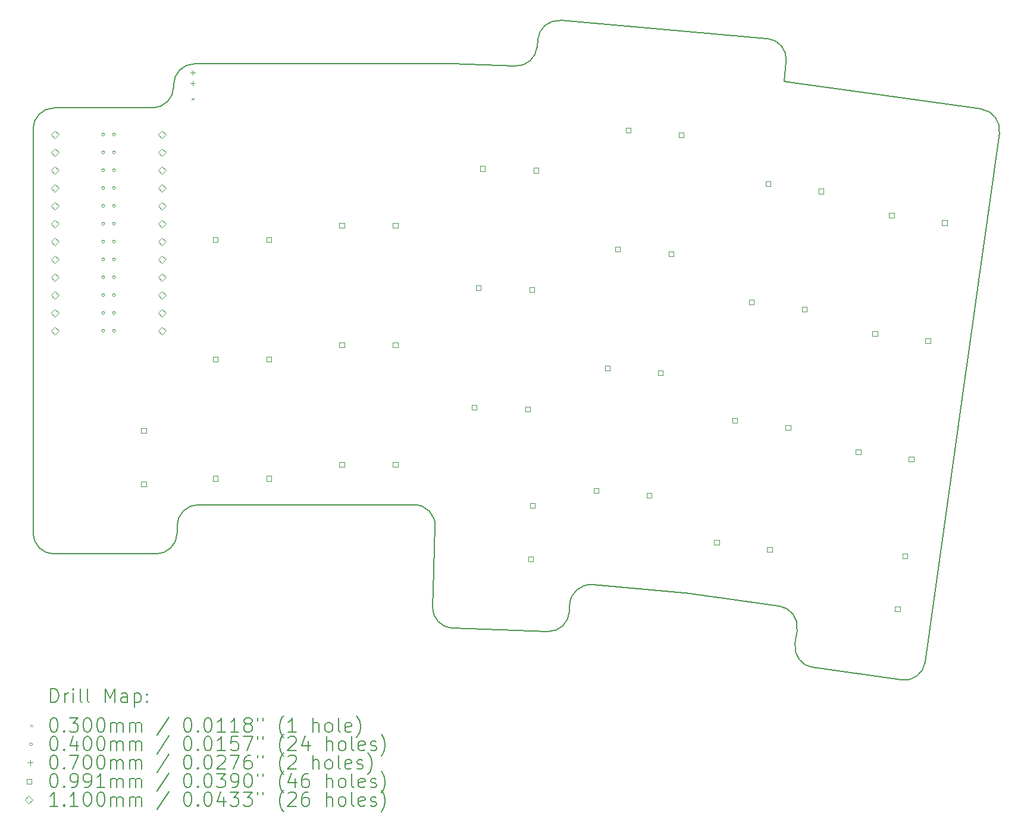
<source format=gbr>
%TF.GenerationSoftware,KiCad,Pcbnew,(6.0.9)*%
%TF.CreationDate,2022-11-05T11:26:51+01:00*%
%TF.ProjectId,itemun,6974656d-756e-42e6-9b69-6361645f7063,v1.0.0*%
%TF.SameCoordinates,Original*%
%TF.FileFunction,Drillmap*%
%TF.FilePolarity,Positive*%
%FSLAX45Y45*%
G04 Gerber Fmt 4.5, Leading zero omitted, Abs format (unit mm)*
G04 Created by KiCad (PCBNEW (6.0.9)) date 2022-11-05 11:26:51*
%MOMM*%
%LPD*%
G01*
G04 APERTURE LIST*
%ADD10C,0.150000*%
%ADD11C,0.200000*%
%ADD12C,0.030000*%
%ADD13C,0.040000*%
%ADD14C,0.070000*%
%ADD15C,0.099060*%
%ADD16C,0.110000*%
G04 APERTURE END LIST*
D10*
X9999317Y-1771798D02*
X11334248Y-1959410D01*
X718150Y-918120D02*
X718150Y4831880D01*
X13995345Y1409119D02*
X13988386Y1359605D01*
X6673150Y5759690D02*
X7581528Y5727969D01*
X8679490Y-1655915D02*
G75*
G03*
X8353526Y-1944304I-26150J-298855D01*
G01*
X14468533Y4776030D02*
G75*
G03*
X14213205Y5114862I-297083J41750D01*
G01*
X11436343Y5794997D02*
G75*
G03*
X11163626Y6120003I-298863J26143D01*
G01*
X1018150Y5131880D02*
G75*
G03*
X718150Y4831880I-1J-300000D01*
G01*
X1018150Y-1218120D02*
X2468151Y-1218120D01*
X3018150Y5759880D02*
X6673150Y5759880D01*
X3018150Y5759879D02*
G75*
G03*
X2718151Y5459880I-1J-299999D01*
G01*
X11561742Y-2496296D02*
X11589577Y-2298243D01*
X1018150Y5131880D02*
X2418151Y5131880D01*
X8224852Y6377112D02*
X11163626Y6120003D01*
X13995345Y1409119D02*
X14224981Y3043061D01*
X8353526Y-1944304D02*
X8350408Y-2033593D01*
X14231939Y3092574D02*
X14468533Y4776030D01*
X7581528Y5727969D02*
G75*
G03*
X7890856Y6001639I10470J299817D01*
G01*
X6409623Y-1735679D02*
X6441299Y-828589D01*
X11436338Y5794998D02*
X11411285Y5508647D01*
X11589579Y-2298243D02*
G75*
G03*
X11334248Y-1959410I-297079J41753D01*
G01*
X8040121Y-2322938D02*
G75*
G03*
X8350408Y-2033593I10469J299818D01*
G01*
X2418151Y5131880D02*
G75*
G03*
X2718151Y5431880I-1J300001D01*
G01*
X11411285Y5508647D02*
X14213205Y5114862D01*
X7890856Y6001639D02*
X7899847Y6104401D01*
X8679490Y-1655915D02*
X9983712Y-1770020D01*
X3068150Y-518120D02*
X6141482Y-518120D01*
X11817071Y-2835129D02*
X13074711Y-3011878D01*
X6690943Y-2275826D02*
X8040121Y-2322940D01*
X11561742Y-2496296D02*
G75*
G03*
X11817071Y-2835129I297078J-41754D01*
G01*
X13681357Y-825025D02*
X13988386Y1359605D01*
X6401594Y-1965539D02*
G75*
G03*
X6690943Y-2275826I299816J-10471D01*
G01*
X3068150Y-518120D02*
G75*
G03*
X2768151Y-818120I-1J-299999D01*
G01*
X6673150Y5759880D02*
X6673150Y5759690D01*
X13413543Y-2756550D02*
X13684931Y-825527D01*
X6441298Y-828589D02*
G75*
G03*
X6141482Y-518120I-299818J10470D01*
G01*
X9999317Y-1771798D02*
G75*
G03*
X9983712Y-1770020I-41767J-297212D01*
G01*
X2468151Y-1218121D02*
G75*
G03*
X2768151Y-918120I-1J300001D01*
G01*
X718150Y-918120D02*
G75*
G03*
X1018150Y-1218120I300000J0D01*
G01*
X6401596Y-1965539D02*
X6409623Y-1735679D01*
X2768151Y-818120D02*
X2768151Y-918120D01*
X2718151Y5431880D02*
X2718151Y5459880D01*
X14231939Y3092574D02*
X14224981Y3043061D01*
X8224852Y6377114D02*
G75*
G03*
X7899847Y6104401I-26142J-298864D01*
G01*
X13681357Y-825025D02*
X13684931Y-825527D01*
X13074710Y-3011884D02*
G75*
G03*
X13413543Y-2756550I41750J297084D01*
G01*
D11*
D12*
X2978150Y5271880D02*
X3008150Y5241880D01*
X3008150Y5271880D02*
X2978150Y5241880D01*
D13*
X1736950Y4753880D02*
G75*
G03*
X1736950Y4753880I-20000J0D01*
G01*
X1736950Y4499880D02*
G75*
G03*
X1736950Y4499880I-20000J0D01*
G01*
X1736950Y4245880D02*
G75*
G03*
X1736950Y4245880I-20000J0D01*
G01*
X1736950Y3991880D02*
G75*
G03*
X1736950Y3991880I-20000J0D01*
G01*
X1736950Y3737880D02*
G75*
G03*
X1736950Y3737880I-20000J0D01*
G01*
X1736950Y3483880D02*
G75*
G03*
X1736950Y3483880I-20000J0D01*
G01*
X1736950Y3229880D02*
G75*
G03*
X1736950Y3229880I-20000J0D01*
G01*
X1736950Y2975880D02*
G75*
G03*
X1736950Y2975880I-20000J0D01*
G01*
X1736950Y2721880D02*
G75*
G03*
X1736950Y2721880I-20000J0D01*
G01*
X1736950Y2467880D02*
G75*
G03*
X1736950Y2467880I-20000J0D01*
G01*
X1736950Y2213880D02*
G75*
G03*
X1736950Y2213880I-20000J0D01*
G01*
X1736950Y1959880D02*
G75*
G03*
X1736950Y1959880I-20000J0D01*
G01*
X1889350Y4753880D02*
G75*
G03*
X1889350Y4753880I-20000J0D01*
G01*
X1889350Y4499880D02*
G75*
G03*
X1889350Y4499880I-20000J0D01*
G01*
X1889350Y4245880D02*
G75*
G03*
X1889350Y4245880I-20000J0D01*
G01*
X1889350Y3991880D02*
G75*
G03*
X1889350Y3991880I-20000J0D01*
G01*
X1889350Y3737880D02*
G75*
G03*
X1889350Y3737880I-20000J0D01*
G01*
X1889350Y3483880D02*
G75*
G03*
X1889350Y3483880I-20000J0D01*
G01*
X1889350Y3229880D02*
G75*
G03*
X1889350Y3229880I-20000J0D01*
G01*
X1889350Y2975880D02*
G75*
G03*
X1889350Y2975880I-20000J0D01*
G01*
X1889350Y2721880D02*
G75*
G03*
X1889350Y2721880I-20000J0D01*
G01*
X1889350Y2467880D02*
G75*
G03*
X1889350Y2467880I-20000J0D01*
G01*
X1889350Y2213880D02*
G75*
G03*
X1889350Y2213880I-20000J0D01*
G01*
X1889350Y1959880D02*
G75*
G03*
X1889350Y1959880I-20000J0D01*
G01*
D14*
X2993150Y5666880D02*
X2993150Y5596880D01*
X2958150Y5631880D02*
X3028150Y5631880D01*
X2993150Y5516880D02*
X2993150Y5446880D01*
X2958150Y5481880D02*
X3028150Y5481880D01*
D15*
X2328174Y502857D02*
X2328174Y572904D01*
X2258127Y572904D01*
X2258127Y502857D01*
X2328174Y502857D01*
X2328174Y-259143D02*
X2328174Y-189096D01*
X2258127Y-189096D01*
X2258127Y-259143D01*
X2328174Y-259143D01*
X3347174Y3221857D02*
X3347174Y3291904D01*
X3277127Y3291904D01*
X3277127Y3221857D01*
X3347174Y3221857D01*
X3347174Y1521857D02*
X3347174Y1591904D01*
X3277127Y1591904D01*
X3277127Y1521857D01*
X3347174Y1521857D01*
X3347174Y-178143D02*
X3347174Y-108096D01*
X3277127Y-108096D01*
X3277127Y-178143D01*
X3347174Y-178143D01*
X4109174Y3221857D02*
X4109174Y3291904D01*
X4039127Y3291904D01*
X4039127Y3221857D01*
X4109174Y3221857D01*
X4109174Y1521857D02*
X4109174Y1591904D01*
X4039127Y1591904D01*
X4039127Y1521857D01*
X4109174Y1521857D01*
X4109174Y-178143D02*
X4109174Y-108096D01*
X4039127Y-108096D01*
X4039127Y-178143D01*
X4109174Y-178143D01*
X5147174Y3421857D02*
X5147174Y3491904D01*
X5077127Y3491904D01*
X5077127Y3421857D01*
X5147174Y3421857D01*
X5147174Y1721857D02*
X5147174Y1791904D01*
X5077127Y1791904D01*
X5077127Y1721857D01*
X5147174Y1721857D01*
X5147174Y21857D02*
X5147174Y91904D01*
X5077127Y91904D01*
X5077127Y21857D01*
X5147174Y21857D01*
X5909174Y3421857D02*
X5909174Y3491904D01*
X5839127Y3491904D01*
X5839127Y3421857D01*
X5909174Y3421857D01*
X5909174Y1721857D02*
X5909174Y1791904D01*
X5839127Y1791904D01*
X5839127Y1721857D01*
X5909174Y1721857D01*
X5909174Y21857D02*
X5909174Y91904D01*
X5839127Y91904D01*
X5839127Y21857D01*
X5909174Y21857D01*
X7029956Y835458D02*
X7029956Y905505D01*
X6959909Y905505D01*
X6959909Y835458D01*
X7029956Y835458D01*
X7089285Y2534423D02*
X7089285Y2604469D01*
X7019239Y2604469D01*
X7019239Y2534423D01*
X7089285Y2534423D01*
X7148614Y4233387D02*
X7148614Y4303434D01*
X7078568Y4303434D01*
X7078568Y4233387D01*
X7148614Y4233387D01*
X7791492Y808865D02*
X7791492Y878911D01*
X7721445Y878911D01*
X7721445Y808865D01*
X7791492Y808865D01*
X7836049Y-1324990D02*
X7836049Y-1254943D01*
X7766002Y-1254943D01*
X7766002Y-1324990D01*
X7836049Y-1324990D01*
X7850821Y2507829D02*
X7850821Y2577876D01*
X7780774Y2577876D01*
X7780774Y2507829D01*
X7850821Y2507829D01*
X7862642Y-563454D02*
X7862642Y-493408D01*
X7792595Y-493408D01*
X7792595Y-563454D01*
X7862642Y-563454D01*
X7910150Y4206794D02*
X7910150Y4276840D01*
X7840104Y4276840D01*
X7840104Y4206794D01*
X7910150Y4206794D01*
X8763815Y-355153D02*
X8763815Y-285106D01*
X8693768Y-285106D01*
X8693768Y-355153D01*
X8763815Y-355153D01*
X8924828Y1390291D02*
X8924828Y1460338D01*
X8854781Y1460338D01*
X8854781Y1390291D01*
X8924828Y1390291D01*
X9072993Y3083822D02*
X9072993Y3153869D01*
X9002946Y3153869D01*
X9002946Y3083822D01*
X9072993Y3083822D01*
X9221158Y4777353D02*
X9221158Y4847400D01*
X9151111Y4847400D01*
X9151111Y4777353D01*
X9221158Y4777353D01*
X9522915Y-421565D02*
X9522915Y-351519D01*
X9452869Y-351519D01*
X9452869Y-421565D01*
X9522915Y-421565D01*
X9683928Y1323879D02*
X9683928Y1393925D01*
X9613882Y1393925D01*
X9613882Y1323879D01*
X9683928Y1323879D01*
X9832093Y3017410D02*
X9832093Y3087456D01*
X9762047Y3087456D01*
X9762047Y3017410D01*
X9832093Y3017410D01*
X9980258Y4710941D02*
X9980258Y4780987D01*
X9910211Y4780987D01*
X9910211Y4710941D01*
X9980258Y4710941D01*
X10480921Y-1086968D02*
X10480921Y-1016921D01*
X10410875Y-1016921D01*
X10410875Y-1086968D01*
X10480921Y-1086968D01*
X10741554Y649761D02*
X10741554Y719807D01*
X10671507Y719807D01*
X10671507Y649761D01*
X10741554Y649761D01*
X10978148Y2333216D02*
X10978148Y2403263D01*
X10908102Y2403263D01*
X10908102Y2333216D01*
X10978148Y2333216D01*
X11214742Y4016672D02*
X11214742Y4086719D01*
X11144696Y4086719D01*
X11144696Y4016672D01*
X11214742Y4016672D01*
X11235505Y-1193018D02*
X11235505Y-1122971D01*
X11165459Y-1122971D01*
X11165459Y-1193018D01*
X11235505Y-1193018D01*
X11496138Y543711D02*
X11496138Y613757D01*
X11426091Y613757D01*
X11426091Y543711D01*
X11496138Y543711D01*
X11732732Y2227166D02*
X11732732Y2297213D01*
X11662686Y2297213D01*
X11662686Y2227166D01*
X11732732Y2227166D01*
X11969327Y3910622D02*
X11969327Y3980669D01*
X11899280Y3980669D01*
X11899280Y3910622D01*
X11969327Y3910622D01*
X12496202Y201195D02*
X12496202Y271242D01*
X12426155Y271242D01*
X12426155Y201195D01*
X12496202Y201195D01*
X12732796Y1884651D02*
X12732796Y1954698D01*
X12662749Y1954698D01*
X12662749Y1884651D01*
X12732796Y1884651D01*
X12969390Y3568107D02*
X12969390Y3638154D01*
X12899344Y3638154D01*
X12899344Y3568107D01*
X12969390Y3568107D01*
X13054970Y-2035436D02*
X13054970Y-1965390D01*
X12984924Y-1965390D01*
X12984924Y-2035436D01*
X13054970Y-2035436D01*
X13161020Y-1280852D02*
X13161020Y-1210806D01*
X13090974Y-1210806D01*
X13090974Y-1280852D01*
X13161020Y-1280852D01*
X13250786Y95145D02*
X13250786Y165192D01*
X13180739Y165192D01*
X13180739Y95145D01*
X13250786Y95145D01*
X13487380Y1778601D02*
X13487380Y1848648D01*
X13417334Y1848648D01*
X13417334Y1778601D01*
X13487380Y1778601D01*
X13723974Y3462057D02*
X13723974Y3532104D01*
X13653928Y3532104D01*
X13653928Y3462057D01*
X13723974Y3462057D01*
D16*
X1031150Y4698880D02*
X1086151Y4753880D01*
X1031150Y4808880D01*
X976150Y4753880D01*
X1031150Y4698880D01*
X1031150Y4698880D02*
X1086151Y4753880D01*
X1031150Y4808880D01*
X976150Y4753880D01*
X1031150Y4698880D01*
X1031150Y4444880D02*
X1086151Y4499880D01*
X1031150Y4554880D01*
X976150Y4499880D01*
X1031150Y4444880D01*
X1031150Y4190880D02*
X1086151Y4245880D01*
X1031150Y4300880D01*
X976150Y4245880D01*
X1031150Y4190880D01*
X1031150Y3936880D02*
X1086151Y3991880D01*
X1031150Y4046880D01*
X976150Y3991880D01*
X1031150Y3936880D01*
X1031150Y3682880D02*
X1086151Y3737880D01*
X1031150Y3792880D01*
X976150Y3737880D01*
X1031150Y3682880D01*
X1031150Y3428880D02*
X1086151Y3483880D01*
X1031150Y3538880D01*
X976150Y3483880D01*
X1031150Y3428880D01*
X1031150Y3174880D02*
X1086151Y3229880D01*
X1031150Y3284880D01*
X976150Y3229880D01*
X1031150Y3174880D01*
X1031150Y2920880D02*
X1086151Y2975880D01*
X1031150Y3030880D01*
X976150Y2975880D01*
X1031150Y2920880D01*
X1031150Y2666880D02*
X1086151Y2721880D01*
X1031150Y2776880D01*
X976150Y2721880D01*
X1031150Y2666880D01*
X1031150Y2412880D02*
X1086151Y2467880D01*
X1031150Y2522880D01*
X976150Y2467880D01*
X1031150Y2412880D01*
X1031150Y2158880D02*
X1086151Y2213880D01*
X1031150Y2268880D01*
X976150Y2213880D01*
X1031150Y2158880D01*
X1031150Y1904880D02*
X1086151Y1959880D01*
X1031150Y2014880D01*
X976150Y1959880D01*
X1031150Y1904880D01*
X2555151Y4698880D02*
X2610151Y4753880D01*
X2555151Y4808880D01*
X2500151Y4753880D01*
X2555151Y4698880D01*
X2555151Y4698880D02*
X2610151Y4753880D01*
X2555151Y4808880D01*
X2500151Y4753880D01*
X2555151Y4698880D01*
X2555151Y4444880D02*
X2610151Y4499880D01*
X2555151Y4554880D01*
X2500151Y4499880D01*
X2555151Y4444880D01*
X2555151Y4190880D02*
X2610151Y4245880D01*
X2555151Y4300880D01*
X2500151Y4245880D01*
X2555151Y4190880D01*
X2555151Y3936880D02*
X2610151Y3991880D01*
X2555151Y4046880D01*
X2500151Y3991880D01*
X2555151Y3936880D01*
X2555151Y3682880D02*
X2610151Y3737880D01*
X2555151Y3792880D01*
X2500151Y3737880D01*
X2555151Y3682880D01*
X2555151Y3428880D02*
X2610151Y3483880D01*
X2555151Y3538880D01*
X2500151Y3483880D01*
X2555151Y3428880D01*
X2555151Y3174880D02*
X2610151Y3229880D01*
X2555151Y3284880D01*
X2500151Y3229880D01*
X2555151Y3174880D01*
X2555151Y2920880D02*
X2610151Y2975880D01*
X2555151Y3030880D01*
X2500151Y2975880D01*
X2555151Y2920880D01*
X2555151Y2666880D02*
X2610151Y2721880D01*
X2555151Y2776880D01*
X2500151Y2721880D01*
X2555151Y2666880D01*
X2555151Y2412880D02*
X2610151Y2467880D01*
X2555151Y2522880D01*
X2500151Y2467880D01*
X2555151Y2412880D01*
X2555151Y2158880D02*
X2610151Y2213880D01*
X2555151Y2268880D01*
X2500151Y2213880D01*
X2555151Y2158880D01*
X2555151Y1904880D02*
X2610151Y1959880D01*
X2555151Y2014880D01*
X2500151Y1959880D01*
X2555151Y1904880D01*
D11*
X968269Y-3332779D02*
X968269Y-3132779D01*
X1015888Y-3132779D01*
X1044460Y-3142303D01*
X1063508Y-3161350D01*
X1073031Y-3180398D01*
X1082555Y-3218493D01*
X1082555Y-3247065D01*
X1073031Y-3285160D01*
X1063508Y-3304207D01*
X1044460Y-3323255D01*
X1015888Y-3332779D01*
X968269Y-3332779D01*
X1168270Y-3332779D02*
X1168270Y-3199446D01*
X1168270Y-3237541D02*
X1177793Y-3218493D01*
X1187317Y-3208969D01*
X1206365Y-3199446D01*
X1225412Y-3199446D01*
X1292079Y-3332779D02*
X1292079Y-3199446D01*
X1292079Y-3132779D02*
X1282555Y-3142303D01*
X1292079Y-3151827D01*
X1301603Y-3142303D01*
X1292079Y-3132779D01*
X1292079Y-3151827D01*
X1415888Y-3332779D02*
X1396841Y-3323255D01*
X1387317Y-3304207D01*
X1387317Y-3132779D01*
X1520650Y-3332779D02*
X1501603Y-3323255D01*
X1492079Y-3304207D01*
X1492079Y-3132779D01*
X1749222Y-3332779D02*
X1749222Y-3132779D01*
X1815888Y-3275636D01*
X1882555Y-3132779D01*
X1882555Y-3332779D01*
X2063508Y-3332779D02*
X2063508Y-3228017D01*
X2053984Y-3208969D01*
X2034936Y-3199446D01*
X1996841Y-3199446D01*
X1977793Y-3208969D01*
X2063508Y-3323255D02*
X2044460Y-3332779D01*
X1996841Y-3332779D01*
X1977793Y-3323255D01*
X1968269Y-3304207D01*
X1968269Y-3285160D01*
X1977793Y-3266112D01*
X1996841Y-3256588D01*
X2044460Y-3256588D01*
X2063508Y-3247065D01*
X2158746Y-3199446D02*
X2158746Y-3399446D01*
X2158746Y-3208969D02*
X2177793Y-3199446D01*
X2215889Y-3199446D01*
X2234936Y-3208969D01*
X2244460Y-3218493D01*
X2253984Y-3237541D01*
X2253984Y-3294684D01*
X2244460Y-3313731D01*
X2234936Y-3323255D01*
X2215889Y-3332779D01*
X2177793Y-3332779D01*
X2158746Y-3323255D01*
X2339698Y-3313731D02*
X2349222Y-3323255D01*
X2339698Y-3332779D01*
X2330174Y-3323255D01*
X2339698Y-3313731D01*
X2339698Y-3332779D01*
X2339698Y-3208969D02*
X2349222Y-3218493D01*
X2339698Y-3228017D01*
X2330174Y-3218493D01*
X2339698Y-3208969D01*
X2339698Y-3228017D01*
D12*
X680651Y-3647303D02*
X710650Y-3677303D01*
X710650Y-3647303D02*
X680651Y-3677303D01*
D11*
X1006365Y-3552779D02*
X1025412Y-3552779D01*
X1044460Y-3562303D01*
X1053984Y-3571827D01*
X1063508Y-3590874D01*
X1073031Y-3628969D01*
X1073031Y-3676588D01*
X1063508Y-3714684D01*
X1053984Y-3733731D01*
X1044460Y-3743255D01*
X1025412Y-3752779D01*
X1006365Y-3752779D01*
X987317Y-3743255D01*
X977793Y-3733731D01*
X968269Y-3714684D01*
X958746Y-3676588D01*
X958746Y-3628969D01*
X968269Y-3590874D01*
X977793Y-3571827D01*
X987317Y-3562303D01*
X1006365Y-3552779D01*
X1158746Y-3733731D02*
X1168270Y-3743255D01*
X1158746Y-3752779D01*
X1149222Y-3743255D01*
X1158746Y-3733731D01*
X1158746Y-3752779D01*
X1234936Y-3552779D02*
X1358746Y-3552779D01*
X1292079Y-3628969D01*
X1320651Y-3628969D01*
X1339698Y-3638493D01*
X1349222Y-3648017D01*
X1358746Y-3667065D01*
X1358746Y-3714684D01*
X1349222Y-3733731D01*
X1339698Y-3743255D01*
X1320651Y-3752779D01*
X1263508Y-3752779D01*
X1244460Y-3743255D01*
X1234936Y-3733731D01*
X1482555Y-3552779D02*
X1501603Y-3552779D01*
X1520650Y-3562303D01*
X1530174Y-3571827D01*
X1539698Y-3590874D01*
X1549222Y-3628969D01*
X1549222Y-3676588D01*
X1539698Y-3714684D01*
X1530174Y-3733731D01*
X1520650Y-3743255D01*
X1501603Y-3752779D01*
X1482555Y-3752779D01*
X1463508Y-3743255D01*
X1453984Y-3733731D01*
X1444460Y-3714684D01*
X1434936Y-3676588D01*
X1434936Y-3628969D01*
X1444460Y-3590874D01*
X1453984Y-3571827D01*
X1463508Y-3562303D01*
X1482555Y-3552779D01*
X1673031Y-3552779D02*
X1692079Y-3552779D01*
X1711127Y-3562303D01*
X1720650Y-3571827D01*
X1730174Y-3590874D01*
X1739698Y-3628969D01*
X1739698Y-3676588D01*
X1730174Y-3714684D01*
X1720650Y-3733731D01*
X1711127Y-3743255D01*
X1692079Y-3752779D01*
X1673031Y-3752779D01*
X1653984Y-3743255D01*
X1644460Y-3733731D01*
X1634936Y-3714684D01*
X1625412Y-3676588D01*
X1625412Y-3628969D01*
X1634936Y-3590874D01*
X1644460Y-3571827D01*
X1653984Y-3562303D01*
X1673031Y-3552779D01*
X1825412Y-3752779D02*
X1825412Y-3619446D01*
X1825412Y-3638493D02*
X1834936Y-3628969D01*
X1853984Y-3619446D01*
X1882555Y-3619446D01*
X1901603Y-3628969D01*
X1911127Y-3648017D01*
X1911127Y-3752779D01*
X1911127Y-3648017D02*
X1920650Y-3628969D01*
X1939698Y-3619446D01*
X1968269Y-3619446D01*
X1987317Y-3628969D01*
X1996841Y-3648017D01*
X1996841Y-3752779D01*
X2092079Y-3752779D02*
X2092079Y-3619446D01*
X2092079Y-3638493D02*
X2101603Y-3628969D01*
X2120651Y-3619446D01*
X2149222Y-3619446D01*
X2168270Y-3628969D01*
X2177793Y-3648017D01*
X2177793Y-3752779D01*
X2177793Y-3648017D02*
X2187317Y-3628969D01*
X2206365Y-3619446D01*
X2234936Y-3619446D01*
X2253984Y-3628969D01*
X2263508Y-3648017D01*
X2263508Y-3752779D01*
X2653984Y-3543255D02*
X2482555Y-3800398D01*
X2911127Y-3552779D02*
X2930174Y-3552779D01*
X2949222Y-3562303D01*
X2958746Y-3571827D01*
X2968269Y-3590874D01*
X2977793Y-3628969D01*
X2977793Y-3676588D01*
X2968269Y-3714684D01*
X2958746Y-3733731D01*
X2949222Y-3743255D01*
X2930174Y-3752779D01*
X2911127Y-3752779D01*
X2892079Y-3743255D01*
X2882555Y-3733731D01*
X2873031Y-3714684D01*
X2863508Y-3676588D01*
X2863508Y-3628969D01*
X2873031Y-3590874D01*
X2882555Y-3571827D01*
X2892079Y-3562303D01*
X2911127Y-3552779D01*
X3063508Y-3733731D02*
X3073031Y-3743255D01*
X3063508Y-3752779D01*
X3053984Y-3743255D01*
X3063508Y-3733731D01*
X3063508Y-3752779D01*
X3196841Y-3552779D02*
X3215888Y-3552779D01*
X3234936Y-3562303D01*
X3244460Y-3571827D01*
X3253984Y-3590874D01*
X3263508Y-3628969D01*
X3263508Y-3676588D01*
X3253984Y-3714684D01*
X3244460Y-3733731D01*
X3234936Y-3743255D01*
X3215888Y-3752779D01*
X3196841Y-3752779D01*
X3177793Y-3743255D01*
X3168269Y-3733731D01*
X3158746Y-3714684D01*
X3149222Y-3676588D01*
X3149222Y-3628969D01*
X3158746Y-3590874D01*
X3168269Y-3571827D01*
X3177793Y-3562303D01*
X3196841Y-3552779D01*
X3453984Y-3752779D02*
X3339698Y-3752779D01*
X3396841Y-3752779D02*
X3396841Y-3552779D01*
X3377793Y-3581350D01*
X3358746Y-3600398D01*
X3339698Y-3609922D01*
X3644460Y-3752779D02*
X3530174Y-3752779D01*
X3587317Y-3752779D02*
X3587317Y-3552779D01*
X3568269Y-3581350D01*
X3549222Y-3600398D01*
X3530174Y-3609922D01*
X3758746Y-3638493D02*
X3739698Y-3628969D01*
X3730174Y-3619446D01*
X3720650Y-3600398D01*
X3720650Y-3590874D01*
X3730174Y-3571827D01*
X3739698Y-3562303D01*
X3758746Y-3552779D01*
X3796841Y-3552779D01*
X3815888Y-3562303D01*
X3825412Y-3571827D01*
X3834936Y-3590874D01*
X3834936Y-3600398D01*
X3825412Y-3619446D01*
X3815888Y-3628969D01*
X3796841Y-3638493D01*
X3758746Y-3638493D01*
X3739698Y-3648017D01*
X3730174Y-3657541D01*
X3720650Y-3676588D01*
X3720650Y-3714684D01*
X3730174Y-3733731D01*
X3739698Y-3743255D01*
X3758746Y-3752779D01*
X3796841Y-3752779D01*
X3815888Y-3743255D01*
X3825412Y-3733731D01*
X3834936Y-3714684D01*
X3834936Y-3676588D01*
X3825412Y-3657541D01*
X3815888Y-3648017D01*
X3796841Y-3638493D01*
X3911127Y-3552779D02*
X3911127Y-3590874D01*
X3987317Y-3552779D02*
X3987317Y-3590874D01*
X4282555Y-3828969D02*
X4273031Y-3819446D01*
X4253984Y-3790874D01*
X4244460Y-3771827D01*
X4234936Y-3743255D01*
X4225412Y-3695636D01*
X4225412Y-3657541D01*
X4234936Y-3609922D01*
X4244460Y-3581350D01*
X4253984Y-3562303D01*
X4273031Y-3533731D01*
X4282555Y-3524207D01*
X4463508Y-3752779D02*
X4349222Y-3752779D01*
X4406365Y-3752779D02*
X4406365Y-3552779D01*
X4387317Y-3581350D01*
X4368270Y-3600398D01*
X4349222Y-3609922D01*
X4701603Y-3752779D02*
X4701603Y-3552779D01*
X4787317Y-3752779D02*
X4787317Y-3648017D01*
X4777793Y-3628969D01*
X4758746Y-3619446D01*
X4730174Y-3619446D01*
X4711127Y-3628969D01*
X4701603Y-3638493D01*
X4911127Y-3752779D02*
X4892079Y-3743255D01*
X4882555Y-3733731D01*
X4873031Y-3714684D01*
X4873031Y-3657541D01*
X4882555Y-3638493D01*
X4892079Y-3628969D01*
X4911127Y-3619446D01*
X4939698Y-3619446D01*
X4958746Y-3628969D01*
X4968270Y-3638493D01*
X4977793Y-3657541D01*
X4977793Y-3714684D01*
X4968270Y-3733731D01*
X4958746Y-3743255D01*
X4939698Y-3752779D01*
X4911127Y-3752779D01*
X5092079Y-3752779D02*
X5073031Y-3743255D01*
X5063508Y-3724207D01*
X5063508Y-3552779D01*
X5244460Y-3743255D02*
X5225412Y-3752779D01*
X5187317Y-3752779D01*
X5168270Y-3743255D01*
X5158746Y-3724207D01*
X5158746Y-3648017D01*
X5168270Y-3628969D01*
X5187317Y-3619446D01*
X5225412Y-3619446D01*
X5244460Y-3628969D01*
X5253984Y-3648017D01*
X5253984Y-3667065D01*
X5158746Y-3686112D01*
X5320650Y-3828969D02*
X5330174Y-3819446D01*
X5349222Y-3790874D01*
X5358746Y-3771827D01*
X5368270Y-3743255D01*
X5377793Y-3695636D01*
X5377793Y-3657541D01*
X5368270Y-3609922D01*
X5358746Y-3581350D01*
X5349222Y-3562303D01*
X5330174Y-3533731D01*
X5320650Y-3524207D01*
D13*
X710650Y-3926303D02*
G75*
G03*
X710650Y-3926303I-20000J0D01*
G01*
D11*
X1006365Y-3816779D02*
X1025412Y-3816779D01*
X1044460Y-3826303D01*
X1053984Y-3835827D01*
X1063508Y-3854874D01*
X1073031Y-3892969D01*
X1073031Y-3940588D01*
X1063508Y-3978684D01*
X1053984Y-3997731D01*
X1044460Y-4007255D01*
X1025412Y-4016779D01*
X1006365Y-4016779D01*
X987317Y-4007255D01*
X977793Y-3997731D01*
X968269Y-3978684D01*
X958746Y-3940588D01*
X958746Y-3892969D01*
X968269Y-3854874D01*
X977793Y-3835827D01*
X987317Y-3826303D01*
X1006365Y-3816779D01*
X1158746Y-3997731D02*
X1168270Y-4007255D01*
X1158746Y-4016779D01*
X1149222Y-4007255D01*
X1158746Y-3997731D01*
X1158746Y-4016779D01*
X1339698Y-3883446D02*
X1339698Y-4016779D01*
X1292079Y-3807255D02*
X1244460Y-3950112D01*
X1368270Y-3950112D01*
X1482555Y-3816779D02*
X1501603Y-3816779D01*
X1520650Y-3826303D01*
X1530174Y-3835827D01*
X1539698Y-3854874D01*
X1549222Y-3892969D01*
X1549222Y-3940588D01*
X1539698Y-3978684D01*
X1530174Y-3997731D01*
X1520650Y-4007255D01*
X1501603Y-4016779D01*
X1482555Y-4016779D01*
X1463508Y-4007255D01*
X1453984Y-3997731D01*
X1444460Y-3978684D01*
X1434936Y-3940588D01*
X1434936Y-3892969D01*
X1444460Y-3854874D01*
X1453984Y-3835827D01*
X1463508Y-3826303D01*
X1482555Y-3816779D01*
X1673031Y-3816779D02*
X1692079Y-3816779D01*
X1711127Y-3826303D01*
X1720650Y-3835827D01*
X1730174Y-3854874D01*
X1739698Y-3892969D01*
X1739698Y-3940588D01*
X1730174Y-3978684D01*
X1720650Y-3997731D01*
X1711127Y-4007255D01*
X1692079Y-4016779D01*
X1673031Y-4016779D01*
X1653984Y-4007255D01*
X1644460Y-3997731D01*
X1634936Y-3978684D01*
X1625412Y-3940588D01*
X1625412Y-3892969D01*
X1634936Y-3854874D01*
X1644460Y-3835827D01*
X1653984Y-3826303D01*
X1673031Y-3816779D01*
X1825412Y-4016779D02*
X1825412Y-3883446D01*
X1825412Y-3902493D02*
X1834936Y-3892969D01*
X1853984Y-3883446D01*
X1882555Y-3883446D01*
X1901603Y-3892969D01*
X1911127Y-3912017D01*
X1911127Y-4016779D01*
X1911127Y-3912017D02*
X1920650Y-3892969D01*
X1939698Y-3883446D01*
X1968269Y-3883446D01*
X1987317Y-3892969D01*
X1996841Y-3912017D01*
X1996841Y-4016779D01*
X2092079Y-4016779D02*
X2092079Y-3883446D01*
X2092079Y-3902493D02*
X2101603Y-3892969D01*
X2120651Y-3883446D01*
X2149222Y-3883446D01*
X2168270Y-3892969D01*
X2177793Y-3912017D01*
X2177793Y-4016779D01*
X2177793Y-3912017D02*
X2187317Y-3892969D01*
X2206365Y-3883446D01*
X2234936Y-3883446D01*
X2253984Y-3892969D01*
X2263508Y-3912017D01*
X2263508Y-4016779D01*
X2653984Y-3807255D02*
X2482555Y-4064398D01*
X2911127Y-3816779D02*
X2930174Y-3816779D01*
X2949222Y-3826303D01*
X2958746Y-3835827D01*
X2968269Y-3854874D01*
X2977793Y-3892969D01*
X2977793Y-3940588D01*
X2968269Y-3978684D01*
X2958746Y-3997731D01*
X2949222Y-4007255D01*
X2930174Y-4016779D01*
X2911127Y-4016779D01*
X2892079Y-4007255D01*
X2882555Y-3997731D01*
X2873031Y-3978684D01*
X2863508Y-3940588D01*
X2863508Y-3892969D01*
X2873031Y-3854874D01*
X2882555Y-3835827D01*
X2892079Y-3826303D01*
X2911127Y-3816779D01*
X3063508Y-3997731D02*
X3073031Y-4007255D01*
X3063508Y-4016779D01*
X3053984Y-4007255D01*
X3063508Y-3997731D01*
X3063508Y-4016779D01*
X3196841Y-3816779D02*
X3215888Y-3816779D01*
X3234936Y-3826303D01*
X3244460Y-3835827D01*
X3253984Y-3854874D01*
X3263508Y-3892969D01*
X3263508Y-3940588D01*
X3253984Y-3978684D01*
X3244460Y-3997731D01*
X3234936Y-4007255D01*
X3215888Y-4016779D01*
X3196841Y-4016779D01*
X3177793Y-4007255D01*
X3168269Y-3997731D01*
X3158746Y-3978684D01*
X3149222Y-3940588D01*
X3149222Y-3892969D01*
X3158746Y-3854874D01*
X3168269Y-3835827D01*
X3177793Y-3826303D01*
X3196841Y-3816779D01*
X3453984Y-4016779D02*
X3339698Y-4016779D01*
X3396841Y-4016779D02*
X3396841Y-3816779D01*
X3377793Y-3845350D01*
X3358746Y-3864398D01*
X3339698Y-3873922D01*
X3634936Y-3816779D02*
X3539698Y-3816779D01*
X3530174Y-3912017D01*
X3539698Y-3902493D01*
X3558746Y-3892969D01*
X3606365Y-3892969D01*
X3625412Y-3902493D01*
X3634936Y-3912017D01*
X3644460Y-3931065D01*
X3644460Y-3978684D01*
X3634936Y-3997731D01*
X3625412Y-4007255D01*
X3606365Y-4016779D01*
X3558746Y-4016779D01*
X3539698Y-4007255D01*
X3530174Y-3997731D01*
X3711127Y-3816779D02*
X3844460Y-3816779D01*
X3758746Y-4016779D01*
X3911127Y-3816779D02*
X3911127Y-3854874D01*
X3987317Y-3816779D02*
X3987317Y-3854874D01*
X4282555Y-4092969D02*
X4273031Y-4083446D01*
X4253984Y-4054874D01*
X4244460Y-4035827D01*
X4234936Y-4007255D01*
X4225412Y-3959636D01*
X4225412Y-3921541D01*
X4234936Y-3873922D01*
X4244460Y-3845350D01*
X4253984Y-3826303D01*
X4273031Y-3797731D01*
X4282555Y-3788207D01*
X4349222Y-3835827D02*
X4358746Y-3826303D01*
X4377793Y-3816779D01*
X4425412Y-3816779D01*
X4444460Y-3826303D01*
X4453984Y-3835827D01*
X4463508Y-3854874D01*
X4463508Y-3873922D01*
X4453984Y-3902493D01*
X4339698Y-4016779D01*
X4463508Y-4016779D01*
X4634936Y-3883446D02*
X4634936Y-4016779D01*
X4587317Y-3807255D02*
X4539698Y-3950112D01*
X4663508Y-3950112D01*
X4892079Y-4016779D02*
X4892079Y-3816779D01*
X4977793Y-4016779D02*
X4977793Y-3912017D01*
X4968270Y-3892969D01*
X4949222Y-3883446D01*
X4920650Y-3883446D01*
X4901603Y-3892969D01*
X4892079Y-3902493D01*
X5101603Y-4016779D02*
X5082555Y-4007255D01*
X5073031Y-3997731D01*
X5063508Y-3978684D01*
X5063508Y-3921541D01*
X5073031Y-3902493D01*
X5082555Y-3892969D01*
X5101603Y-3883446D01*
X5130174Y-3883446D01*
X5149222Y-3892969D01*
X5158746Y-3902493D01*
X5168270Y-3921541D01*
X5168270Y-3978684D01*
X5158746Y-3997731D01*
X5149222Y-4007255D01*
X5130174Y-4016779D01*
X5101603Y-4016779D01*
X5282555Y-4016779D02*
X5263508Y-4007255D01*
X5253984Y-3988207D01*
X5253984Y-3816779D01*
X5434936Y-4007255D02*
X5415889Y-4016779D01*
X5377793Y-4016779D01*
X5358746Y-4007255D01*
X5349222Y-3988207D01*
X5349222Y-3912017D01*
X5358746Y-3892969D01*
X5377793Y-3883446D01*
X5415889Y-3883446D01*
X5434936Y-3892969D01*
X5444460Y-3912017D01*
X5444460Y-3931065D01*
X5349222Y-3950112D01*
X5520650Y-4007255D02*
X5539698Y-4016779D01*
X5577793Y-4016779D01*
X5596841Y-4007255D01*
X5606365Y-3988207D01*
X5606365Y-3978684D01*
X5596841Y-3959636D01*
X5577793Y-3950112D01*
X5549222Y-3950112D01*
X5530174Y-3940588D01*
X5520650Y-3921541D01*
X5520650Y-3912017D01*
X5530174Y-3892969D01*
X5549222Y-3883446D01*
X5577793Y-3883446D01*
X5596841Y-3892969D01*
X5673031Y-4092969D02*
X5682555Y-4083446D01*
X5701603Y-4054874D01*
X5711127Y-4035827D01*
X5720650Y-4007255D01*
X5730174Y-3959636D01*
X5730174Y-3921541D01*
X5720650Y-3873922D01*
X5711127Y-3845350D01*
X5701603Y-3826303D01*
X5682555Y-3797731D01*
X5673031Y-3788207D01*
D14*
X675651Y-4155303D02*
X675651Y-4225303D01*
X640651Y-4190303D02*
X710650Y-4190303D01*
D11*
X1006365Y-4080779D02*
X1025412Y-4080779D01*
X1044460Y-4090303D01*
X1053984Y-4099827D01*
X1063508Y-4118874D01*
X1073031Y-4156969D01*
X1073031Y-4204589D01*
X1063508Y-4242684D01*
X1053984Y-4261731D01*
X1044460Y-4271255D01*
X1025412Y-4280779D01*
X1006365Y-4280779D01*
X987317Y-4271255D01*
X977793Y-4261731D01*
X968269Y-4242684D01*
X958746Y-4204589D01*
X958746Y-4156969D01*
X968269Y-4118874D01*
X977793Y-4099827D01*
X987317Y-4090303D01*
X1006365Y-4080779D01*
X1158746Y-4261731D02*
X1168270Y-4271255D01*
X1158746Y-4280779D01*
X1149222Y-4271255D01*
X1158746Y-4261731D01*
X1158746Y-4280779D01*
X1234936Y-4080779D02*
X1368270Y-4080779D01*
X1282555Y-4280779D01*
X1482555Y-4080779D02*
X1501603Y-4080779D01*
X1520650Y-4090303D01*
X1530174Y-4099827D01*
X1539698Y-4118874D01*
X1549222Y-4156969D01*
X1549222Y-4204589D01*
X1539698Y-4242684D01*
X1530174Y-4261731D01*
X1520650Y-4271255D01*
X1501603Y-4280779D01*
X1482555Y-4280779D01*
X1463508Y-4271255D01*
X1453984Y-4261731D01*
X1444460Y-4242684D01*
X1434936Y-4204589D01*
X1434936Y-4156969D01*
X1444460Y-4118874D01*
X1453984Y-4099827D01*
X1463508Y-4090303D01*
X1482555Y-4080779D01*
X1673031Y-4080779D02*
X1692079Y-4080779D01*
X1711127Y-4090303D01*
X1720650Y-4099827D01*
X1730174Y-4118874D01*
X1739698Y-4156969D01*
X1739698Y-4204589D01*
X1730174Y-4242684D01*
X1720650Y-4261731D01*
X1711127Y-4271255D01*
X1692079Y-4280779D01*
X1673031Y-4280779D01*
X1653984Y-4271255D01*
X1644460Y-4261731D01*
X1634936Y-4242684D01*
X1625412Y-4204589D01*
X1625412Y-4156969D01*
X1634936Y-4118874D01*
X1644460Y-4099827D01*
X1653984Y-4090303D01*
X1673031Y-4080779D01*
X1825412Y-4280779D02*
X1825412Y-4147446D01*
X1825412Y-4166493D02*
X1834936Y-4156969D01*
X1853984Y-4147446D01*
X1882555Y-4147446D01*
X1901603Y-4156969D01*
X1911127Y-4176017D01*
X1911127Y-4280779D01*
X1911127Y-4176017D02*
X1920650Y-4156969D01*
X1939698Y-4147446D01*
X1968269Y-4147446D01*
X1987317Y-4156969D01*
X1996841Y-4176017D01*
X1996841Y-4280779D01*
X2092079Y-4280779D02*
X2092079Y-4147446D01*
X2092079Y-4166493D02*
X2101603Y-4156969D01*
X2120651Y-4147446D01*
X2149222Y-4147446D01*
X2168270Y-4156969D01*
X2177793Y-4176017D01*
X2177793Y-4280779D01*
X2177793Y-4176017D02*
X2187317Y-4156969D01*
X2206365Y-4147446D01*
X2234936Y-4147446D01*
X2253984Y-4156969D01*
X2263508Y-4176017D01*
X2263508Y-4280779D01*
X2653984Y-4071255D02*
X2482555Y-4328398D01*
X2911127Y-4080779D02*
X2930174Y-4080779D01*
X2949222Y-4090303D01*
X2958746Y-4099827D01*
X2968269Y-4118874D01*
X2977793Y-4156969D01*
X2977793Y-4204589D01*
X2968269Y-4242684D01*
X2958746Y-4261731D01*
X2949222Y-4271255D01*
X2930174Y-4280779D01*
X2911127Y-4280779D01*
X2892079Y-4271255D01*
X2882555Y-4261731D01*
X2873031Y-4242684D01*
X2863508Y-4204589D01*
X2863508Y-4156969D01*
X2873031Y-4118874D01*
X2882555Y-4099827D01*
X2892079Y-4090303D01*
X2911127Y-4080779D01*
X3063508Y-4261731D02*
X3073031Y-4271255D01*
X3063508Y-4280779D01*
X3053984Y-4271255D01*
X3063508Y-4261731D01*
X3063508Y-4280779D01*
X3196841Y-4080779D02*
X3215888Y-4080779D01*
X3234936Y-4090303D01*
X3244460Y-4099827D01*
X3253984Y-4118874D01*
X3263508Y-4156969D01*
X3263508Y-4204589D01*
X3253984Y-4242684D01*
X3244460Y-4261731D01*
X3234936Y-4271255D01*
X3215888Y-4280779D01*
X3196841Y-4280779D01*
X3177793Y-4271255D01*
X3168269Y-4261731D01*
X3158746Y-4242684D01*
X3149222Y-4204589D01*
X3149222Y-4156969D01*
X3158746Y-4118874D01*
X3168269Y-4099827D01*
X3177793Y-4090303D01*
X3196841Y-4080779D01*
X3339698Y-4099827D02*
X3349222Y-4090303D01*
X3368269Y-4080779D01*
X3415888Y-4080779D01*
X3434936Y-4090303D01*
X3444460Y-4099827D01*
X3453984Y-4118874D01*
X3453984Y-4137922D01*
X3444460Y-4166493D01*
X3330174Y-4280779D01*
X3453984Y-4280779D01*
X3520650Y-4080779D02*
X3653984Y-4080779D01*
X3568269Y-4280779D01*
X3815888Y-4080779D02*
X3777793Y-4080779D01*
X3758746Y-4090303D01*
X3749222Y-4099827D01*
X3730174Y-4128398D01*
X3720650Y-4166493D01*
X3720650Y-4242684D01*
X3730174Y-4261731D01*
X3739698Y-4271255D01*
X3758746Y-4280779D01*
X3796841Y-4280779D01*
X3815888Y-4271255D01*
X3825412Y-4261731D01*
X3834936Y-4242684D01*
X3834936Y-4195065D01*
X3825412Y-4176017D01*
X3815888Y-4166493D01*
X3796841Y-4156969D01*
X3758746Y-4156969D01*
X3739698Y-4166493D01*
X3730174Y-4176017D01*
X3720650Y-4195065D01*
X3911127Y-4080779D02*
X3911127Y-4118874D01*
X3987317Y-4080779D02*
X3987317Y-4118874D01*
X4282555Y-4356969D02*
X4273031Y-4347446D01*
X4253984Y-4318874D01*
X4244460Y-4299827D01*
X4234936Y-4271255D01*
X4225412Y-4223636D01*
X4225412Y-4185541D01*
X4234936Y-4137922D01*
X4244460Y-4109350D01*
X4253984Y-4090303D01*
X4273031Y-4061731D01*
X4282555Y-4052207D01*
X4349222Y-4099827D02*
X4358746Y-4090303D01*
X4377793Y-4080779D01*
X4425412Y-4080779D01*
X4444460Y-4090303D01*
X4453984Y-4099827D01*
X4463508Y-4118874D01*
X4463508Y-4137922D01*
X4453984Y-4166493D01*
X4339698Y-4280779D01*
X4463508Y-4280779D01*
X4701603Y-4280779D02*
X4701603Y-4080779D01*
X4787317Y-4280779D02*
X4787317Y-4176017D01*
X4777793Y-4156969D01*
X4758746Y-4147446D01*
X4730174Y-4147446D01*
X4711127Y-4156969D01*
X4701603Y-4166493D01*
X4911127Y-4280779D02*
X4892079Y-4271255D01*
X4882555Y-4261731D01*
X4873031Y-4242684D01*
X4873031Y-4185541D01*
X4882555Y-4166493D01*
X4892079Y-4156969D01*
X4911127Y-4147446D01*
X4939698Y-4147446D01*
X4958746Y-4156969D01*
X4968270Y-4166493D01*
X4977793Y-4185541D01*
X4977793Y-4242684D01*
X4968270Y-4261731D01*
X4958746Y-4271255D01*
X4939698Y-4280779D01*
X4911127Y-4280779D01*
X5092079Y-4280779D02*
X5073031Y-4271255D01*
X5063508Y-4252208D01*
X5063508Y-4080779D01*
X5244460Y-4271255D02*
X5225412Y-4280779D01*
X5187317Y-4280779D01*
X5168270Y-4271255D01*
X5158746Y-4252208D01*
X5158746Y-4176017D01*
X5168270Y-4156969D01*
X5187317Y-4147446D01*
X5225412Y-4147446D01*
X5244460Y-4156969D01*
X5253984Y-4176017D01*
X5253984Y-4195065D01*
X5158746Y-4214112D01*
X5330174Y-4271255D02*
X5349222Y-4280779D01*
X5387317Y-4280779D01*
X5406365Y-4271255D01*
X5415889Y-4252208D01*
X5415889Y-4242684D01*
X5406365Y-4223636D01*
X5387317Y-4214112D01*
X5358746Y-4214112D01*
X5339698Y-4204589D01*
X5330174Y-4185541D01*
X5330174Y-4176017D01*
X5339698Y-4156969D01*
X5358746Y-4147446D01*
X5387317Y-4147446D01*
X5406365Y-4156969D01*
X5482555Y-4356969D02*
X5492079Y-4347446D01*
X5511127Y-4318874D01*
X5520650Y-4299827D01*
X5530174Y-4271255D01*
X5539698Y-4223636D01*
X5539698Y-4185541D01*
X5530174Y-4137922D01*
X5520650Y-4109350D01*
X5511127Y-4090303D01*
X5492079Y-4061731D01*
X5482555Y-4052207D01*
D15*
X696144Y-4489326D02*
X696144Y-4419280D01*
X626097Y-4419280D01*
X626097Y-4489326D01*
X696144Y-4489326D01*
D11*
X1006365Y-4344779D02*
X1025412Y-4344779D01*
X1044460Y-4354303D01*
X1053984Y-4363827D01*
X1063508Y-4382874D01*
X1073031Y-4420969D01*
X1073031Y-4468589D01*
X1063508Y-4506684D01*
X1053984Y-4525731D01*
X1044460Y-4535255D01*
X1025412Y-4544779D01*
X1006365Y-4544779D01*
X987317Y-4535255D01*
X977793Y-4525731D01*
X968269Y-4506684D01*
X958746Y-4468589D01*
X958746Y-4420969D01*
X968269Y-4382874D01*
X977793Y-4363827D01*
X987317Y-4354303D01*
X1006365Y-4344779D01*
X1158746Y-4525731D02*
X1168270Y-4535255D01*
X1158746Y-4544779D01*
X1149222Y-4535255D01*
X1158746Y-4525731D01*
X1158746Y-4544779D01*
X1263508Y-4544779D02*
X1301603Y-4544779D01*
X1320651Y-4535255D01*
X1330174Y-4525731D01*
X1349222Y-4497160D01*
X1358746Y-4459065D01*
X1358746Y-4382874D01*
X1349222Y-4363827D01*
X1339698Y-4354303D01*
X1320651Y-4344779D01*
X1282555Y-4344779D01*
X1263508Y-4354303D01*
X1253984Y-4363827D01*
X1244460Y-4382874D01*
X1244460Y-4430493D01*
X1253984Y-4449541D01*
X1263508Y-4459065D01*
X1282555Y-4468589D01*
X1320651Y-4468589D01*
X1339698Y-4459065D01*
X1349222Y-4449541D01*
X1358746Y-4430493D01*
X1453984Y-4544779D02*
X1492079Y-4544779D01*
X1511127Y-4535255D01*
X1520650Y-4525731D01*
X1539698Y-4497160D01*
X1549222Y-4459065D01*
X1549222Y-4382874D01*
X1539698Y-4363827D01*
X1530174Y-4354303D01*
X1511127Y-4344779D01*
X1473031Y-4344779D01*
X1453984Y-4354303D01*
X1444460Y-4363827D01*
X1434936Y-4382874D01*
X1434936Y-4430493D01*
X1444460Y-4449541D01*
X1453984Y-4459065D01*
X1473031Y-4468589D01*
X1511127Y-4468589D01*
X1530174Y-4459065D01*
X1539698Y-4449541D01*
X1549222Y-4430493D01*
X1739698Y-4544779D02*
X1625412Y-4544779D01*
X1682555Y-4544779D02*
X1682555Y-4344779D01*
X1663508Y-4373350D01*
X1644460Y-4392398D01*
X1625412Y-4401922D01*
X1825412Y-4544779D02*
X1825412Y-4411446D01*
X1825412Y-4430493D02*
X1834936Y-4420969D01*
X1853984Y-4411446D01*
X1882555Y-4411446D01*
X1901603Y-4420969D01*
X1911127Y-4440017D01*
X1911127Y-4544779D01*
X1911127Y-4440017D02*
X1920650Y-4420969D01*
X1939698Y-4411446D01*
X1968269Y-4411446D01*
X1987317Y-4420969D01*
X1996841Y-4440017D01*
X1996841Y-4544779D01*
X2092079Y-4544779D02*
X2092079Y-4411446D01*
X2092079Y-4430493D02*
X2101603Y-4420969D01*
X2120651Y-4411446D01*
X2149222Y-4411446D01*
X2168270Y-4420969D01*
X2177793Y-4440017D01*
X2177793Y-4544779D01*
X2177793Y-4440017D02*
X2187317Y-4420969D01*
X2206365Y-4411446D01*
X2234936Y-4411446D01*
X2253984Y-4420969D01*
X2263508Y-4440017D01*
X2263508Y-4544779D01*
X2653984Y-4335255D02*
X2482555Y-4592398D01*
X2911127Y-4344779D02*
X2930174Y-4344779D01*
X2949222Y-4354303D01*
X2958746Y-4363827D01*
X2968269Y-4382874D01*
X2977793Y-4420969D01*
X2977793Y-4468589D01*
X2968269Y-4506684D01*
X2958746Y-4525731D01*
X2949222Y-4535255D01*
X2930174Y-4544779D01*
X2911127Y-4544779D01*
X2892079Y-4535255D01*
X2882555Y-4525731D01*
X2873031Y-4506684D01*
X2863508Y-4468589D01*
X2863508Y-4420969D01*
X2873031Y-4382874D01*
X2882555Y-4363827D01*
X2892079Y-4354303D01*
X2911127Y-4344779D01*
X3063508Y-4525731D02*
X3073031Y-4535255D01*
X3063508Y-4544779D01*
X3053984Y-4535255D01*
X3063508Y-4525731D01*
X3063508Y-4544779D01*
X3196841Y-4344779D02*
X3215888Y-4344779D01*
X3234936Y-4354303D01*
X3244460Y-4363827D01*
X3253984Y-4382874D01*
X3263508Y-4420969D01*
X3263508Y-4468589D01*
X3253984Y-4506684D01*
X3244460Y-4525731D01*
X3234936Y-4535255D01*
X3215888Y-4544779D01*
X3196841Y-4544779D01*
X3177793Y-4535255D01*
X3168269Y-4525731D01*
X3158746Y-4506684D01*
X3149222Y-4468589D01*
X3149222Y-4420969D01*
X3158746Y-4382874D01*
X3168269Y-4363827D01*
X3177793Y-4354303D01*
X3196841Y-4344779D01*
X3330174Y-4344779D02*
X3453984Y-4344779D01*
X3387317Y-4420969D01*
X3415888Y-4420969D01*
X3434936Y-4430493D01*
X3444460Y-4440017D01*
X3453984Y-4459065D01*
X3453984Y-4506684D01*
X3444460Y-4525731D01*
X3434936Y-4535255D01*
X3415888Y-4544779D01*
X3358746Y-4544779D01*
X3339698Y-4535255D01*
X3330174Y-4525731D01*
X3549222Y-4544779D02*
X3587317Y-4544779D01*
X3606365Y-4535255D01*
X3615888Y-4525731D01*
X3634936Y-4497160D01*
X3644460Y-4459065D01*
X3644460Y-4382874D01*
X3634936Y-4363827D01*
X3625412Y-4354303D01*
X3606365Y-4344779D01*
X3568269Y-4344779D01*
X3549222Y-4354303D01*
X3539698Y-4363827D01*
X3530174Y-4382874D01*
X3530174Y-4430493D01*
X3539698Y-4449541D01*
X3549222Y-4459065D01*
X3568269Y-4468589D01*
X3606365Y-4468589D01*
X3625412Y-4459065D01*
X3634936Y-4449541D01*
X3644460Y-4430493D01*
X3768269Y-4344779D02*
X3787317Y-4344779D01*
X3806365Y-4354303D01*
X3815888Y-4363827D01*
X3825412Y-4382874D01*
X3834936Y-4420969D01*
X3834936Y-4468589D01*
X3825412Y-4506684D01*
X3815888Y-4525731D01*
X3806365Y-4535255D01*
X3787317Y-4544779D01*
X3768269Y-4544779D01*
X3749222Y-4535255D01*
X3739698Y-4525731D01*
X3730174Y-4506684D01*
X3720650Y-4468589D01*
X3720650Y-4420969D01*
X3730174Y-4382874D01*
X3739698Y-4363827D01*
X3749222Y-4354303D01*
X3768269Y-4344779D01*
X3911127Y-4344779D02*
X3911127Y-4382874D01*
X3987317Y-4344779D02*
X3987317Y-4382874D01*
X4282555Y-4620969D02*
X4273031Y-4611446D01*
X4253984Y-4582874D01*
X4244460Y-4563827D01*
X4234936Y-4535255D01*
X4225412Y-4487636D01*
X4225412Y-4449541D01*
X4234936Y-4401922D01*
X4244460Y-4373350D01*
X4253984Y-4354303D01*
X4273031Y-4325731D01*
X4282555Y-4316208D01*
X4444460Y-4411446D02*
X4444460Y-4544779D01*
X4396841Y-4335255D02*
X4349222Y-4478112D01*
X4473031Y-4478112D01*
X4634936Y-4344779D02*
X4596841Y-4344779D01*
X4577793Y-4354303D01*
X4568270Y-4363827D01*
X4549222Y-4392398D01*
X4539698Y-4430493D01*
X4539698Y-4506684D01*
X4549222Y-4525731D01*
X4558746Y-4535255D01*
X4577793Y-4544779D01*
X4615889Y-4544779D01*
X4634936Y-4535255D01*
X4644460Y-4525731D01*
X4653984Y-4506684D01*
X4653984Y-4459065D01*
X4644460Y-4440017D01*
X4634936Y-4430493D01*
X4615889Y-4420969D01*
X4577793Y-4420969D01*
X4558746Y-4430493D01*
X4549222Y-4440017D01*
X4539698Y-4459065D01*
X4892079Y-4544779D02*
X4892079Y-4344779D01*
X4977793Y-4544779D02*
X4977793Y-4440017D01*
X4968270Y-4420969D01*
X4949222Y-4411446D01*
X4920650Y-4411446D01*
X4901603Y-4420969D01*
X4892079Y-4430493D01*
X5101603Y-4544779D02*
X5082555Y-4535255D01*
X5073031Y-4525731D01*
X5063508Y-4506684D01*
X5063508Y-4449541D01*
X5073031Y-4430493D01*
X5082555Y-4420969D01*
X5101603Y-4411446D01*
X5130174Y-4411446D01*
X5149222Y-4420969D01*
X5158746Y-4430493D01*
X5168270Y-4449541D01*
X5168270Y-4506684D01*
X5158746Y-4525731D01*
X5149222Y-4535255D01*
X5130174Y-4544779D01*
X5101603Y-4544779D01*
X5282555Y-4544779D02*
X5263508Y-4535255D01*
X5253984Y-4516208D01*
X5253984Y-4344779D01*
X5434936Y-4535255D02*
X5415889Y-4544779D01*
X5377793Y-4544779D01*
X5358746Y-4535255D01*
X5349222Y-4516208D01*
X5349222Y-4440017D01*
X5358746Y-4420969D01*
X5377793Y-4411446D01*
X5415889Y-4411446D01*
X5434936Y-4420969D01*
X5444460Y-4440017D01*
X5444460Y-4459065D01*
X5349222Y-4478112D01*
X5520650Y-4535255D02*
X5539698Y-4544779D01*
X5577793Y-4544779D01*
X5596841Y-4535255D01*
X5606365Y-4516208D01*
X5606365Y-4506684D01*
X5596841Y-4487636D01*
X5577793Y-4478112D01*
X5549222Y-4478112D01*
X5530174Y-4468589D01*
X5520650Y-4449541D01*
X5520650Y-4440017D01*
X5530174Y-4420969D01*
X5549222Y-4411446D01*
X5577793Y-4411446D01*
X5596841Y-4420969D01*
X5673031Y-4620969D02*
X5682555Y-4611446D01*
X5701603Y-4582874D01*
X5711127Y-4563827D01*
X5720650Y-4535255D01*
X5730174Y-4487636D01*
X5730174Y-4449541D01*
X5720650Y-4401922D01*
X5711127Y-4373350D01*
X5701603Y-4354303D01*
X5682555Y-4325731D01*
X5673031Y-4316208D01*
D16*
X655651Y-4773303D02*
X710650Y-4718303D01*
X655651Y-4663303D01*
X600651Y-4718303D01*
X655651Y-4773303D01*
D11*
X1073031Y-4808779D02*
X958746Y-4808779D01*
X1015888Y-4808779D02*
X1015888Y-4608779D01*
X996841Y-4637350D01*
X977793Y-4656398D01*
X958746Y-4665922D01*
X1158746Y-4789731D02*
X1168270Y-4799255D01*
X1158746Y-4808779D01*
X1149222Y-4799255D01*
X1158746Y-4789731D01*
X1158746Y-4808779D01*
X1358746Y-4808779D02*
X1244460Y-4808779D01*
X1301603Y-4808779D02*
X1301603Y-4608779D01*
X1282555Y-4637350D01*
X1263508Y-4656398D01*
X1244460Y-4665922D01*
X1482555Y-4608779D02*
X1501603Y-4608779D01*
X1520650Y-4618303D01*
X1530174Y-4627827D01*
X1539698Y-4646874D01*
X1549222Y-4684969D01*
X1549222Y-4732589D01*
X1539698Y-4770684D01*
X1530174Y-4789731D01*
X1520650Y-4799255D01*
X1501603Y-4808779D01*
X1482555Y-4808779D01*
X1463508Y-4799255D01*
X1453984Y-4789731D01*
X1444460Y-4770684D01*
X1434936Y-4732589D01*
X1434936Y-4684969D01*
X1444460Y-4646874D01*
X1453984Y-4627827D01*
X1463508Y-4618303D01*
X1482555Y-4608779D01*
X1673031Y-4608779D02*
X1692079Y-4608779D01*
X1711127Y-4618303D01*
X1720650Y-4627827D01*
X1730174Y-4646874D01*
X1739698Y-4684969D01*
X1739698Y-4732589D01*
X1730174Y-4770684D01*
X1720650Y-4789731D01*
X1711127Y-4799255D01*
X1692079Y-4808779D01*
X1673031Y-4808779D01*
X1653984Y-4799255D01*
X1644460Y-4789731D01*
X1634936Y-4770684D01*
X1625412Y-4732589D01*
X1625412Y-4684969D01*
X1634936Y-4646874D01*
X1644460Y-4627827D01*
X1653984Y-4618303D01*
X1673031Y-4608779D01*
X1825412Y-4808779D02*
X1825412Y-4675446D01*
X1825412Y-4694493D02*
X1834936Y-4684969D01*
X1853984Y-4675446D01*
X1882555Y-4675446D01*
X1901603Y-4684969D01*
X1911127Y-4704017D01*
X1911127Y-4808779D01*
X1911127Y-4704017D02*
X1920650Y-4684969D01*
X1939698Y-4675446D01*
X1968269Y-4675446D01*
X1987317Y-4684969D01*
X1996841Y-4704017D01*
X1996841Y-4808779D01*
X2092079Y-4808779D02*
X2092079Y-4675446D01*
X2092079Y-4694493D02*
X2101603Y-4684969D01*
X2120651Y-4675446D01*
X2149222Y-4675446D01*
X2168270Y-4684969D01*
X2177793Y-4704017D01*
X2177793Y-4808779D01*
X2177793Y-4704017D02*
X2187317Y-4684969D01*
X2206365Y-4675446D01*
X2234936Y-4675446D01*
X2253984Y-4684969D01*
X2263508Y-4704017D01*
X2263508Y-4808779D01*
X2653984Y-4599255D02*
X2482555Y-4856398D01*
X2911127Y-4608779D02*
X2930174Y-4608779D01*
X2949222Y-4618303D01*
X2958746Y-4627827D01*
X2968269Y-4646874D01*
X2977793Y-4684969D01*
X2977793Y-4732589D01*
X2968269Y-4770684D01*
X2958746Y-4789731D01*
X2949222Y-4799255D01*
X2930174Y-4808779D01*
X2911127Y-4808779D01*
X2892079Y-4799255D01*
X2882555Y-4789731D01*
X2873031Y-4770684D01*
X2863508Y-4732589D01*
X2863508Y-4684969D01*
X2873031Y-4646874D01*
X2882555Y-4627827D01*
X2892079Y-4618303D01*
X2911127Y-4608779D01*
X3063508Y-4789731D02*
X3073031Y-4799255D01*
X3063508Y-4808779D01*
X3053984Y-4799255D01*
X3063508Y-4789731D01*
X3063508Y-4808779D01*
X3196841Y-4608779D02*
X3215888Y-4608779D01*
X3234936Y-4618303D01*
X3244460Y-4627827D01*
X3253984Y-4646874D01*
X3263508Y-4684969D01*
X3263508Y-4732589D01*
X3253984Y-4770684D01*
X3244460Y-4789731D01*
X3234936Y-4799255D01*
X3215888Y-4808779D01*
X3196841Y-4808779D01*
X3177793Y-4799255D01*
X3168269Y-4789731D01*
X3158746Y-4770684D01*
X3149222Y-4732589D01*
X3149222Y-4684969D01*
X3158746Y-4646874D01*
X3168269Y-4627827D01*
X3177793Y-4618303D01*
X3196841Y-4608779D01*
X3434936Y-4675446D02*
X3434936Y-4808779D01*
X3387317Y-4599255D02*
X3339698Y-4742112D01*
X3463508Y-4742112D01*
X3520650Y-4608779D02*
X3644460Y-4608779D01*
X3577793Y-4684969D01*
X3606365Y-4684969D01*
X3625412Y-4694493D01*
X3634936Y-4704017D01*
X3644460Y-4723065D01*
X3644460Y-4770684D01*
X3634936Y-4789731D01*
X3625412Y-4799255D01*
X3606365Y-4808779D01*
X3549222Y-4808779D01*
X3530174Y-4799255D01*
X3520650Y-4789731D01*
X3711127Y-4608779D02*
X3834936Y-4608779D01*
X3768269Y-4684969D01*
X3796841Y-4684969D01*
X3815888Y-4694493D01*
X3825412Y-4704017D01*
X3834936Y-4723065D01*
X3834936Y-4770684D01*
X3825412Y-4789731D01*
X3815888Y-4799255D01*
X3796841Y-4808779D01*
X3739698Y-4808779D01*
X3720650Y-4799255D01*
X3711127Y-4789731D01*
X3911127Y-4608779D02*
X3911127Y-4646874D01*
X3987317Y-4608779D02*
X3987317Y-4646874D01*
X4282555Y-4884969D02*
X4273031Y-4875446D01*
X4253984Y-4846874D01*
X4244460Y-4827827D01*
X4234936Y-4799255D01*
X4225412Y-4751636D01*
X4225412Y-4713541D01*
X4234936Y-4665922D01*
X4244460Y-4637350D01*
X4253984Y-4618303D01*
X4273031Y-4589731D01*
X4282555Y-4580208D01*
X4349222Y-4627827D02*
X4358746Y-4618303D01*
X4377793Y-4608779D01*
X4425412Y-4608779D01*
X4444460Y-4618303D01*
X4453984Y-4627827D01*
X4463508Y-4646874D01*
X4463508Y-4665922D01*
X4453984Y-4694493D01*
X4339698Y-4808779D01*
X4463508Y-4808779D01*
X4634936Y-4608779D02*
X4596841Y-4608779D01*
X4577793Y-4618303D01*
X4568270Y-4627827D01*
X4549222Y-4656398D01*
X4539698Y-4694493D01*
X4539698Y-4770684D01*
X4549222Y-4789731D01*
X4558746Y-4799255D01*
X4577793Y-4808779D01*
X4615889Y-4808779D01*
X4634936Y-4799255D01*
X4644460Y-4789731D01*
X4653984Y-4770684D01*
X4653984Y-4723065D01*
X4644460Y-4704017D01*
X4634936Y-4694493D01*
X4615889Y-4684969D01*
X4577793Y-4684969D01*
X4558746Y-4694493D01*
X4549222Y-4704017D01*
X4539698Y-4723065D01*
X4892079Y-4808779D02*
X4892079Y-4608779D01*
X4977793Y-4808779D02*
X4977793Y-4704017D01*
X4968270Y-4684969D01*
X4949222Y-4675446D01*
X4920650Y-4675446D01*
X4901603Y-4684969D01*
X4892079Y-4694493D01*
X5101603Y-4808779D02*
X5082555Y-4799255D01*
X5073031Y-4789731D01*
X5063508Y-4770684D01*
X5063508Y-4713541D01*
X5073031Y-4694493D01*
X5082555Y-4684969D01*
X5101603Y-4675446D01*
X5130174Y-4675446D01*
X5149222Y-4684969D01*
X5158746Y-4694493D01*
X5168270Y-4713541D01*
X5168270Y-4770684D01*
X5158746Y-4789731D01*
X5149222Y-4799255D01*
X5130174Y-4808779D01*
X5101603Y-4808779D01*
X5282555Y-4808779D02*
X5263508Y-4799255D01*
X5253984Y-4780208D01*
X5253984Y-4608779D01*
X5434936Y-4799255D02*
X5415889Y-4808779D01*
X5377793Y-4808779D01*
X5358746Y-4799255D01*
X5349222Y-4780208D01*
X5349222Y-4704017D01*
X5358746Y-4684969D01*
X5377793Y-4675446D01*
X5415889Y-4675446D01*
X5434936Y-4684969D01*
X5444460Y-4704017D01*
X5444460Y-4723065D01*
X5349222Y-4742112D01*
X5520650Y-4799255D02*
X5539698Y-4808779D01*
X5577793Y-4808779D01*
X5596841Y-4799255D01*
X5606365Y-4780208D01*
X5606365Y-4770684D01*
X5596841Y-4751636D01*
X5577793Y-4742112D01*
X5549222Y-4742112D01*
X5530174Y-4732589D01*
X5520650Y-4713541D01*
X5520650Y-4704017D01*
X5530174Y-4684969D01*
X5549222Y-4675446D01*
X5577793Y-4675446D01*
X5596841Y-4684969D01*
X5673031Y-4884969D02*
X5682555Y-4875446D01*
X5701603Y-4846874D01*
X5711127Y-4827827D01*
X5720650Y-4799255D01*
X5730174Y-4751636D01*
X5730174Y-4713541D01*
X5720650Y-4665922D01*
X5711127Y-4637350D01*
X5701603Y-4618303D01*
X5682555Y-4589731D01*
X5673031Y-4580208D01*
M02*

</source>
